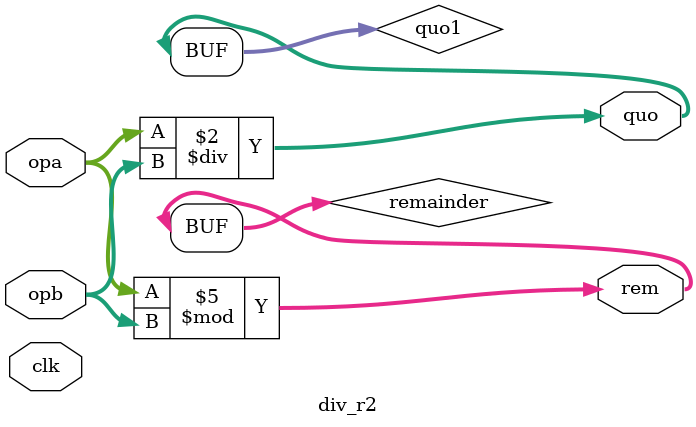
<source format=v>


`timescale 1ns / 100ps



module add_sub27(add, opa, opb, sum, co);
input		add;
input	[26:0]	opa, opb;
output	[26:0]	sum;
output		co;



assign {co, sum} = add ? (opa + opb) : (opa - opb);

endmodule

////////////////////////////////////////////////////////////////////////
//
// Multiply
//

module mul_r2(clk, opa, opb, prod);
input		clk;
input	[23:0]	opa, opb;
output	[47:0]	prod;

reg	[47:0]	prod1, prod;

always @(*) //(posedge clk)
	prod1 =   opa * opb;

always @(*) //(posedge clk)
	prod =   prod1;

endmodule

////////////////////////////////////////////////////////////////////////
//
// Divide
//

module div_r2(clk, opa, opb, quo, rem);
input		clk;
input	[49:0]	opa;
input	[23:0]	opb;
output	[49:0]	quo, rem;

reg	[49:0]	quo, rem, quo1, remainder;

always @(*) //(posedge clk)
	quo1 =   opa / opb;

always @(*) //(posedge clk)
	quo =   quo1;

always @(*) //(posedge clk)
	remainder =   opa % opb;

always @(*) //(posedge clk)
	rem =   remainder;

endmodule



</source>
